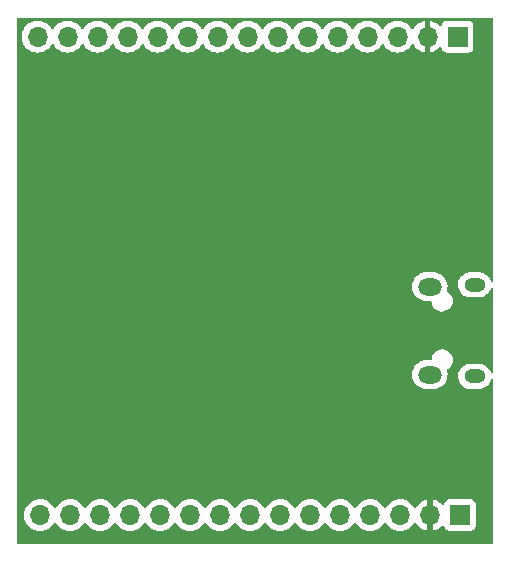
<source format=gbr>
%TF.GenerationSoftware,KiCad,Pcbnew,(6.0.9)*%
%TF.CreationDate,2023-03-20T19:11:49+01:00*%
%TF.ProjectId,STM32F103_prjct2,53544d33-3246-4313-9033-5f70726a6374,rev?*%
%TF.SameCoordinates,Original*%
%TF.FileFunction,Copper,L2,Bot*%
%TF.FilePolarity,Positive*%
%FSLAX46Y46*%
G04 Gerber Fmt 4.6, Leading zero omitted, Abs format (unit mm)*
G04 Created by KiCad (PCBNEW (6.0.9)) date 2023-03-20 19:11:49*
%MOMM*%
%LPD*%
G01*
G04 APERTURE LIST*
%TA.AperFunction,ComponentPad*%
%ADD10R,1.700000X1.700000*%
%TD*%
%TA.AperFunction,ComponentPad*%
%ADD11O,1.700000X1.700000*%
%TD*%
%TA.AperFunction,ComponentPad*%
%ADD12O,1.800000X1.150000*%
%TD*%
%TA.AperFunction,ComponentPad*%
%ADD13O,2.000000X1.450000*%
%TD*%
%TA.AperFunction,ViaPad*%
%ADD14C,0.800000*%
%TD*%
G04 APERTURE END LIST*
D10*
%TO.P,J3,1,Pin_1*%
%TO.N,+3.3V*%
X182525000Y-99314000D03*
D11*
%TO.P,J3,2,Pin_2*%
%TO.N,GND*%
X179985000Y-99314000D03*
%TO.P,J3,3,Pin_3*%
%TO.N,PA10*%
X177445000Y-99314000D03*
%TO.P,J3,4,Pin_4*%
%TO.N,PA9*%
X174905000Y-99314000D03*
%TO.P,J3,5,Pin_5*%
%TO.N,PA8*%
X172365000Y-99314000D03*
%TO.P,J3,6,Pin_6*%
%TO.N,PB11*%
X169825000Y-99314000D03*
%TO.P,J3,7,Pin_7*%
%TO.N,PB10*%
X167285000Y-99314000D03*
%TO.P,J3,8,Pin_8*%
%TO.N,PB2*%
X164745000Y-99314000D03*
%TO.P,J3,9,Pin_9*%
%TO.N,PB1*%
X162205000Y-99314000D03*
%TO.P,J3,10,Pin_10*%
%TO.N,PB0*%
X159665000Y-99314000D03*
%TO.P,J3,11,Pin_11*%
%TO.N,PA7*%
X157125000Y-99314000D03*
%TO.P,J3,12,Pin_12*%
%TO.N,PA6*%
X154585000Y-99314000D03*
%TO.P,J3,13,Pin_13*%
%TO.N,PA5*%
X152045000Y-99314000D03*
%TO.P,J3,14,Pin_14*%
%TO.N,PA4*%
X149505000Y-99314000D03*
%TO.P,J3,15,Pin_15*%
%TO.N,PA3*%
X146965000Y-99314000D03*
%TD*%
D10*
%TO.P,J2,1,Pin_1*%
%TO.N,+3.3V*%
X182310000Y-58800000D03*
D11*
%TO.P,J2,2,Pin_2*%
%TO.N,GND*%
X179770000Y-58800000D03*
%TO.P,J2,3,Pin_3*%
%TO.N,SWDIO*%
X177230000Y-58800000D03*
%TO.P,J2,4,Pin_4*%
%TO.N,SWCLK*%
X174690000Y-58800000D03*
%TO.P,J2,5,Pin_5*%
%TO.N,PA15*%
X172150000Y-58800000D03*
%TO.P,J2,6,Pin_6*%
%TO.N,SW0*%
X169610000Y-58800000D03*
%TO.P,J2,7,Pin_7*%
%TO.N,PB4*%
X167070000Y-58800000D03*
%TO.P,J2,8,Pin_8*%
%TO.N,PB5*%
X164530000Y-58800000D03*
%TO.P,J2,9,Pin_9*%
%TO.N,PB6*%
X161990000Y-58800000D03*
%TO.P,J2,10,Pin_10*%
%TO.N,PB7*%
X159450000Y-58800000D03*
%TO.P,J2,11,Pin_11*%
%TO.N,PB8*%
X156910000Y-58800000D03*
%TO.P,J2,12,Pin_12*%
%TO.N,PB9*%
X154370000Y-58800000D03*
%TO.P,J2,13,Pin_13*%
%TO.N,PC13*%
X151830000Y-58800000D03*
%TO.P,J2,14,Pin_14*%
%TO.N,PC14*%
X149290000Y-58800000D03*
%TO.P,J2,15,Pin_15*%
%TO.N,PC15*%
X146750000Y-58800000D03*
%TD*%
D12*
%TO.P,J1,6,Shield*%
%TO.N,N/C*%
X183756000Y-79811000D03*
X183756000Y-87561000D03*
D13*
X179956000Y-79961000D03*
X179956000Y-87411000D03*
%TD*%
D14*
%TO.N,GND*%
X151075000Y-84300000D03*
X148700000Y-81675000D03*
X179650000Y-61750000D03*
X178925000Y-97075000D03*
X152150000Y-79875500D03*
X149125000Y-75875000D03*
X159850000Y-79500000D03*
X170000000Y-76900500D03*
X174000000Y-92100000D03*
X176500000Y-91000000D03*
X174600000Y-94100000D03*
X181100000Y-94300000D03*
X155000000Y-73100000D03*
X151200000Y-75600000D03*
X178600000Y-82400000D03*
X181300000Y-82400000D03*
X164200000Y-81300000D03*
X160500000Y-76100000D03*
X162630500Y-68900000D03*
%TD*%
%TA.AperFunction,Conductor*%
%TO.N,GND*%
G36*
X146752285Y-57216719D02*
G01*
X146778518Y-57202931D01*
X146802950Y-57200500D01*
X149237050Y-57200500D01*
X149292285Y-57216719D01*
X149318518Y-57202931D01*
X149342950Y-57200500D01*
X151777050Y-57200500D01*
X151832285Y-57216719D01*
X151858518Y-57202931D01*
X151882950Y-57200500D01*
X154317050Y-57200500D01*
X154372285Y-57216719D01*
X154398518Y-57202931D01*
X154422950Y-57200500D01*
X156857050Y-57200500D01*
X156912285Y-57216719D01*
X156938518Y-57202931D01*
X156962950Y-57200500D01*
X159397050Y-57200500D01*
X159452285Y-57216719D01*
X159478518Y-57202931D01*
X159502950Y-57200500D01*
X161937050Y-57200500D01*
X161992285Y-57216719D01*
X162018518Y-57202931D01*
X162042950Y-57200500D01*
X164477050Y-57200500D01*
X164532285Y-57216719D01*
X164558518Y-57202931D01*
X164582950Y-57200500D01*
X167017050Y-57200500D01*
X167072285Y-57216719D01*
X167098518Y-57202931D01*
X167122950Y-57200500D01*
X169557050Y-57200500D01*
X169612285Y-57216719D01*
X169638518Y-57202931D01*
X169662950Y-57200500D01*
X172097050Y-57200500D01*
X172152285Y-57216719D01*
X172178518Y-57202931D01*
X172202950Y-57200500D01*
X174637050Y-57200500D01*
X174692285Y-57216719D01*
X174718518Y-57202931D01*
X174742950Y-57200500D01*
X177177050Y-57200500D01*
X177232285Y-57216719D01*
X177258518Y-57202931D01*
X177282950Y-57200500D01*
X185225500Y-57200500D01*
X185292539Y-57220185D01*
X185338294Y-57272989D01*
X185349500Y-57324500D01*
X185349500Y-79440247D01*
X185329815Y-79507286D01*
X185277011Y-79553041D01*
X185207853Y-79562985D01*
X185144297Y-79533960D01*
X185104952Y-79469301D01*
X185103917Y-79465005D01*
X185103913Y-79464993D01*
X185102531Y-79459259D01*
X185017588Y-79272438D01*
X184951421Y-79179160D01*
X184902269Y-79109868D01*
X184902267Y-79109866D01*
X184898851Y-79105050D01*
X184750604Y-78963134D01*
X184745644Y-78959931D01*
X184745641Y-78959929D01*
X184583161Y-78855017D01*
X184578196Y-78851811D01*
X184387848Y-78775099D01*
X184382061Y-78773969D01*
X184382058Y-78773968D01*
X184190806Y-78736619D01*
X184186428Y-78735764D01*
X184181030Y-78735500D01*
X183379727Y-78735500D01*
X183226703Y-78750100D01*
X183221043Y-78751760D01*
X183221040Y-78751761D01*
X183114341Y-78783063D01*
X183029777Y-78807871D01*
X182847329Y-78901838D01*
X182685941Y-79028611D01*
X182551436Y-79183613D01*
X182548483Y-79188718D01*
X182548482Y-79188719D01*
X182500050Y-79272438D01*
X182448669Y-79361254D01*
X182381346Y-79555122D01*
X182351898Y-79758223D01*
X182361386Y-79963229D01*
X182371485Y-80005133D01*
X182405463Y-80146117D01*
X182409469Y-80162741D01*
X182494412Y-80349562D01*
X182613149Y-80516950D01*
X182761396Y-80658866D01*
X182766356Y-80662069D01*
X182766359Y-80662071D01*
X182891511Y-80742880D01*
X182933804Y-80770189D01*
X183124152Y-80846901D01*
X183129939Y-80848031D01*
X183129942Y-80848032D01*
X183255035Y-80872461D01*
X183325572Y-80886236D01*
X183330970Y-80886500D01*
X184132273Y-80886500D01*
X184285297Y-80871900D01*
X184290957Y-80870240D01*
X184290960Y-80870239D01*
X184418212Y-80832908D01*
X184482223Y-80814129D01*
X184664671Y-80720162D01*
X184826059Y-80593389D01*
X184892390Y-80516950D01*
X184956700Y-80442840D01*
X184956701Y-80442839D01*
X184960564Y-80438387D01*
X185009164Y-80354379D01*
X185060376Y-80265854D01*
X185063331Y-80260746D01*
X185108362Y-80131072D01*
X185148949Y-80074200D01*
X185213841Y-80048299D01*
X185282434Y-80061593D01*
X185332951Y-80109861D01*
X185349500Y-80171750D01*
X185349500Y-87190247D01*
X185329815Y-87257286D01*
X185277011Y-87303041D01*
X185207853Y-87312985D01*
X185144297Y-87283960D01*
X185104952Y-87219301D01*
X185103917Y-87215005D01*
X185103913Y-87214993D01*
X185102531Y-87209259D01*
X185017588Y-87022438D01*
X184898851Y-86855050D01*
X184750604Y-86713134D01*
X184745644Y-86709931D01*
X184745641Y-86709929D01*
X184583161Y-86605017D01*
X184578196Y-86601811D01*
X184387848Y-86525099D01*
X184382061Y-86523969D01*
X184382058Y-86523968D01*
X184190806Y-86486619D01*
X184186428Y-86485764D01*
X184181030Y-86485500D01*
X183379727Y-86485500D01*
X183226703Y-86500100D01*
X183221043Y-86501760D01*
X183221040Y-86501761D01*
X183145343Y-86523968D01*
X183029777Y-86557871D01*
X182847329Y-86651838D01*
X182685941Y-86778611D01*
X182682076Y-86783065D01*
X182682075Y-86783066D01*
X182616280Y-86858888D01*
X182551436Y-86933613D01*
X182548483Y-86938718D01*
X182548482Y-86938719D01*
X182502307Y-87018536D01*
X182448669Y-87111254D01*
X182381346Y-87305122D01*
X182351898Y-87508223D01*
X182361386Y-87713229D01*
X182409469Y-87912741D01*
X182494412Y-88099562D01*
X182497829Y-88104379D01*
X182593667Y-88239485D01*
X182613149Y-88266950D01*
X182761396Y-88408866D01*
X182766356Y-88412069D01*
X182766359Y-88412071D01*
X182891511Y-88492880D01*
X182933804Y-88520189D01*
X183124152Y-88596901D01*
X183129939Y-88598031D01*
X183129942Y-88598032D01*
X183304277Y-88632077D01*
X183325572Y-88636236D01*
X183330970Y-88636500D01*
X184132273Y-88636500D01*
X184285297Y-88621900D01*
X184290957Y-88620240D01*
X184290960Y-88620239D01*
X184418212Y-88582908D01*
X184482223Y-88564129D01*
X184664671Y-88470162D01*
X184826059Y-88343389D01*
X184960564Y-88188387D01*
X185009164Y-88104379D01*
X185060376Y-88015854D01*
X185063331Y-88010746D01*
X185108362Y-87881072D01*
X185148949Y-87824200D01*
X185213841Y-87798299D01*
X185282434Y-87811593D01*
X185332951Y-87859861D01*
X185349500Y-87921750D01*
X185349500Y-101625500D01*
X185329815Y-101692539D01*
X185277011Y-101738294D01*
X185225500Y-101749500D01*
X145124500Y-101749500D01*
X145057461Y-101729815D01*
X145011706Y-101677011D01*
X145000500Y-101625500D01*
X145000500Y-99314000D01*
X145609341Y-99314000D01*
X145629937Y-99549408D01*
X145691097Y-99777663D01*
X145693384Y-99782567D01*
X145693386Y-99782573D01*
X145770800Y-99948586D01*
X145790965Y-99991829D01*
X145794072Y-99996266D01*
X145794073Y-99996268D01*
X145923399Y-100180966D01*
X145923403Y-100180970D01*
X145926505Y-100185401D01*
X146093599Y-100352495D01*
X146287170Y-100488035D01*
X146501337Y-100587903D01*
X146554807Y-100602230D01*
X146724366Y-100647663D01*
X146724369Y-100647664D01*
X146729592Y-100649063D01*
X146734979Y-100649534D01*
X146734983Y-100649535D01*
X146959605Y-100669187D01*
X146965000Y-100669659D01*
X146970395Y-100669187D01*
X147195017Y-100649535D01*
X147195021Y-100649534D01*
X147200408Y-100649063D01*
X147205631Y-100647664D01*
X147205634Y-100647663D01*
X147375193Y-100602230D01*
X147428663Y-100587903D01*
X147642830Y-100488035D01*
X147836401Y-100352495D01*
X148003495Y-100185401D01*
X148006597Y-100180970D01*
X148006601Y-100180966D01*
X148133425Y-99999841D01*
X148188002Y-99956216D01*
X148257500Y-99949022D01*
X148319855Y-99980545D01*
X148336575Y-99999841D01*
X148463399Y-100180966D01*
X148463403Y-100180970D01*
X148466505Y-100185401D01*
X148633599Y-100352495D01*
X148827170Y-100488035D01*
X149041337Y-100587903D01*
X149094807Y-100602230D01*
X149264366Y-100647663D01*
X149264369Y-100647664D01*
X149269592Y-100649063D01*
X149274979Y-100649534D01*
X149274983Y-100649535D01*
X149499605Y-100669187D01*
X149505000Y-100669659D01*
X149510395Y-100669187D01*
X149735017Y-100649535D01*
X149735021Y-100649534D01*
X149740408Y-100649063D01*
X149745631Y-100647664D01*
X149745634Y-100647663D01*
X149915193Y-100602230D01*
X149968663Y-100587903D01*
X150182830Y-100488035D01*
X150376401Y-100352495D01*
X150543495Y-100185401D01*
X150546597Y-100180970D01*
X150546601Y-100180966D01*
X150673425Y-99999841D01*
X150728002Y-99956216D01*
X150797500Y-99949022D01*
X150859855Y-99980545D01*
X150876575Y-99999841D01*
X151003399Y-100180966D01*
X151003403Y-100180970D01*
X151006505Y-100185401D01*
X151173599Y-100352495D01*
X151367170Y-100488035D01*
X151581337Y-100587903D01*
X151634807Y-100602230D01*
X151804366Y-100647663D01*
X151804369Y-100647664D01*
X151809592Y-100649063D01*
X151814979Y-100649534D01*
X151814983Y-100649535D01*
X152039605Y-100669187D01*
X152045000Y-100669659D01*
X152050395Y-100669187D01*
X152275017Y-100649535D01*
X152275021Y-100649534D01*
X152280408Y-100649063D01*
X152285631Y-100647664D01*
X152285634Y-100647663D01*
X152455193Y-100602230D01*
X152508663Y-100587903D01*
X152722830Y-100488035D01*
X152916401Y-100352495D01*
X153083495Y-100185401D01*
X153086597Y-100180970D01*
X153086601Y-100180966D01*
X153213425Y-99999841D01*
X153268002Y-99956216D01*
X153337500Y-99949022D01*
X153399855Y-99980545D01*
X153416575Y-99999841D01*
X153543399Y-100180966D01*
X153543403Y-100180970D01*
X153546505Y-100185401D01*
X153713599Y-100352495D01*
X153907170Y-100488035D01*
X154121337Y-100587903D01*
X154174807Y-100602230D01*
X154344366Y-100647663D01*
X154344369Y-100647664D01*
X154349592Y-100649063D01*
X154354979Y-100649534D01*
X154354983Y-100649535D01*
X154579605Y-100669187D01*
X154585000Y-100669659D01*
X154590395Y-100669187D01*
X154815017Y-100649535D01*
X154815021Y-100649534D01*
X154820408Y-100649063D01*
X154825631Y-100647664D01*
X154825634Y-100647663D01*
X154995193Y-100602230D01*
X155048663Y-100587903D01*
X155262830Y-100488035D01*
X155456401Y-100352495D01*
X155623495Y-100185401D01*
X155626597Y-100180970D01*
X155626601Y-100180966D01*
X155753425Y-99999841D01*
X155808002Y-99956216D01*
X155877500Y-99949022D01*
X155939855Y-99980545D01*
X155956575Y-99999841D01*
X156083399Y-100180966D01*
X156083403Y-100180970D01*
X156086505Y-100185401D01*
X156253599Y-100352495D01*
X156447170Y-100488035D01*
X156661337Y-100587903D01*
X156714807Y-100602230D01*
X156884366Y-100647663D01*
X156884369Y-100647664D01*
X156889592Y-100649063D01*
X156894979Y-100649534D01*
X156894983Y-100649535D01*
X157119605Y-100669187D01*
X157125000Y-100669659D01*
X157130395Y-100669187D01*
X157355017Y-100649535D01*
X157355021Y-100649534D01*
X157360408Y-100649063D01*
X157365631Y-100647664D01*
X157365634Y-100647663D01*
X157535193Y-100602230D01*
X157588663Y-100587903D01*
X157802830Y-100488035D01*
X157996401Y-100352495D01*
X158163495Y-100185401D01*
X158166597Y-100180970D01*
X158166601Y-100180966D01*
X158293425Y-99999841D01*
X158348002Y-99956216D01*
X158417500Y-99949022D01*
X158479855Y-99980545D01*
X158496575Y-99999841D01*
X158623399Y-100180966D01*
X158623403Y-100180970D01*
X158626505Y-100185401D01*
X158793599Y-100352495D01*
X158987170Y-100488035D01*
X159201337Y-100587903D01*
X159254807Y-100602230D01*
X159424366Y-100647663D01*
X159424369Y-100647664D01*
X159429592Y-100649063D01*
X159434979Y-100649534D01*
X159434983Y-100649535D01*
X159659605Y-100669187D01*
X159665000Y-100669659D01*
X159670395Y-100669187D01*
X159895017Y-100649535D01*
X159895021Y-100649534D01*
X159900408Y-100649063D01*
X159905631Y-100647664D01*
X159905634Y-100647663D01*
X160075193Y-100602230D01*
X160128663Y-100587903D01*
X160342830Y-100488035D01*
X160536401Y-100352495D01*
X160703495Y-100185401D01*
X160706597Y-100180970D01*
X160706601Y-100180966D01*
X160833425Y-99999841D01*
X160888002Y-99956216D01*
X160957500Y-99949022D01*
X161019855Y-99980545D01*
X161036575Y-99999841D01*
X161163399Y-100180966D01*
X161163403Y-100180970D01*
X161166505Y-100185401D01*
X161333599Y-100352495D01*
X161527170Y-100488035D01*
X161741337Y-100587903D01*
X161794807Y-100602230D01*
X161964366Y-100647663D01*
X161964369Y-100647664D01*
X161969592Y-100649063D01*
X161974979Y-100649534D01*
X161974983Y-100649535D01*
X162199605Y-100669187D01*
X162205000Y-100669659D01*
X162210395Y-100669187D01*
X162435017Y-100649535D01*
X162435021Y-100649534D01*
X162440408Y-100649063D01*
X162445631Y-100647664D01*
X162445634Y-100647663D01*
X162615193Y-100602230D01*
X162668663Y-100587903D01*
X162882830Y-100488035D01*
X163076401Y-100352495D01*
X163243495Y-100185401D01*
X163246597Y-100180970D01*
X163246601Y-100180966D01*
X163373425Y-99999841D01*
X163428002Y-99956216D01*
X163497500Y-99949022D01*
X163559855Y-99980545D01*
X163576575Y-99999841D01*
X163703399Y-100180966D01*
X163703403Y-100180970D01*
X163706505Y-100185401D01*
X163873599Y-100352495D01*
X164067170Y-100488035D01*
X164281337Y-100587903D01*
X164334807Y-100602230D01*
X164504366Y-100647663D01*
X164504369Y-100647664D01*
X164509592Y-100649063D01*
X164514979Y-100649534D01*
X164514983Y-100649535D01*
X164739605Y-100669187D01*
X164745000Y-100669659D01*
X164750395Y-100669187D01*
X164975017Y-100649535D01*
X164975021Y-100649534D01*
X164980408Y-100649063D01*
X164985631Y-100647664D01*
X164985634Y-100647663D01*
X165155193Y-100602230D01*
X165208663Y-100587903D01*
X165422830Y-100488035D01*
X165616401Y-100352495D01*
X165783495Y-100185401D01*
X165786597Y-100180970D01*
X165786601Y-100180966D01*
X165913425Y-99999841D01*
X165968002Y-99956216D01*
X166037500Y-99949022D01*
X166099855Y-99980545D01*
X166116575Y-99999841D01*
X166243399Y-100180966D01*
X166243403Y-100180970D01*
X166246505Y-100185401D01*
X166413599Y-100352495D01*
X166607170Y-100488035D01*
X166821337Y-100587903D01*
X166874807Y-100602230D01*
X167044366Y-100647663D01*
X167044369Y-100647664D01*
X167049592Y-100649063D01*
X167054979Y-100649534D01*
X167054983Y-100649535D01*
X167279605Y-100669187D01*
X167285000Y-100669659D01*
X167290395Y-100669187D01*
X167515017Y-100649535D01*
X167515021Y-100649534D01*
X167520408Y-100649063D01*
X167525631Y-100647664D01*
X167525634Y-100647663D01*
X167695193Y-100602230D01*
X167748663Y-100587903D01*
X167962830Y-100488035D01*
X168156401Y-100352495D01*
X168323495Y-100185401D01*
X168326597Y-100180970D01*
X168326601Y-100180966D01*
X168453425Y-99999841D01*
X168508002Y-99956216D01*
X168577500Y-99949022D01*
X168639855Y-99980545D01*
X168656575Y-99999841D01*
X168783399Y-100180966D01*
X168783403Y-100180970D01*
X168786505Y-100185401D01*
X168953599Y-100352495D01*
X169147170Y-100488035D01*
X169361337Y-100587903D01*
X169414807Y-100602230D01*
X169584366Y-100647663D01*
X169584369Y-100647664D01*
X169589592Y-100649063D01*
X169594979Y-100649534D01*
X169594983Y-100649535D01*
X169819605Y-100669187D01*
X169825000Y-100669659D01*
X169830395Y-100669187D01*
X170055017Y-100649535D01*
X170055021Y-100649534D01*
X170060408Y-100649063D01*
X170065631Y-100647664D01*
X170065634Y-100647663D01*
X170235193Y-100602230D01*
X170288663Y-100587903D01*
X170502830Y-100488035D01*
X170696401Y-100352495D01*
X170863495Y-100185401D01*
X170866597Y-100180970D01*
X170866601Y-100180966D01*
X170993425Y-99999841D01*
X171048002Y-99956216D01*
X171117500Y-99949022D01*
X171179855Y-99980545D01*
X171196575Y-99999841D01*
X171323399Y-100180966D01*
X171323403Y-100180970D01*
X171326505Y-100185401D01*
X171493599Y-100352495D01*
X171687170Y-100488035D01*
X171901337Y-100587903D01*
X171954807Y-100602230D01*
X172124366Y-100647663D01*
X172124369Y-100647664D01*
X172129592Y-100649063D01*
X172134979Y-100649534D01*
X172134983Y-100649535D01*
X172359605Y-100669187D01*
X172365000Y-100669659D01*
X172370395Y-100669187D01*
X172595017Y-100649535D01*
X172595021Y-100649534D01*
X172600408Y-100649063D01*
X172605631Y-100647664D01*
X172605634Y-100647663D01*
X172775193Y-100602230D01*
X172828663Y-100587903D01*
X173042830Y-100488035D01*
X173236401Y-100352495D01*
X173403495Y-100185401D01*
X173406597Y-100180970D01*
X173406601Y-100180966D01*
X173533425Y-99999841D01*
X173588002Y-99956216D01*
X173657500Y-99949022D01*
X173719855Y-99980545D01*
X173736575Y-99999841D01*
X173863399Y-100180966D01*
X173863403Y-100180970D01*
X173866505Y-100185401D01*
X174033599Y-100352495D01*
X174227170Y-100488035D01*
X174441337Y-100587903D01*
X174494807Y-100602230D01*
X174664366Y-100647663D01*
X174664369Y-100647664D01*
X174669592Y-100649063D01*
X174674979Y-100649534D01*
X174674983Y-100649535D01*
X174899605Y-100669187D01*
X174905000Y-100669659D01*
X174910395Y-100669187D01*
X175135017Y-100649535D01*
X175135021Y-100649534D01*
X175140408Y-100649063D01*
X175145631Y-100647664D01*
X175145634Y-100647663D01*
X175315193Y-100602230D01*
X175368663Y-100587903D01*
X175582830Y-100488035D01*
X175776401Y-100352495D01*
X175943495Y-100185401D01*
X175946597Y-100180970D01*
X175946601Y-100180966D01*
X176073425Y-99999841D01*
X176128002Y-99956216D01*
X176197500Y-99949022D01*
X176259855Y-99980545D01*
X176276575Y-99999841D01*
X176403399Y-100180966D01*
X176403403Y-100180970D01*
X176406505Y-100185401D01*
X176573599Y-100352495D01*
X176767170Y-100488035D01*
X176981337Y-100587903D01*
X177034807Y-100602230D01*
X177204366Y-100647663D01*
X177204369Y-100647664D01*
X177209592Y-100649063D01*
X177214979Y-100649534D01*
X177214983Y-100649535D01*
X177439605Y-100669187D01*
X177445000Y-100669659D01*
X177450395Y-100669187D01*
X177675017Y-100649535D01*
X177675021Y-100649534D01*
X177680408Y-100649063D01*
X177685631Y-100647664D01*
X177685634Y-100647663D01*
X177855193Y-100602230D01*
X177908663Y-100587903D01*
X178122830Y-100488035D01*
X178316401Y-100352495D01*
X178483495Y-100185401D01*
X178486597Y-100180970D01*
X178486601Y-100180966D01*
X178613730Y-99999405D01*
X178668307Y-99955780D01*
X178737805Y-99948586D01*
X178800160Y-99980109D01*
X178816880Y-99999404D01*
X178943788Y-100180648D01*
X178950719Y-100188907D01*
X179110091Y-100348279D01*
X179118357Y-100355215D01*
X179302992Y-100484498D01*
X179312324Y-100489886D01*
X179516603Y-100585143D01*
X179526736Y-100588832D01*
X179717779Y-100640022D01*
X179731653Y-100639691D01*
X179735000Y-100631875D01*
X179735000Y-100626806D01*
X180235000Y-100626806D01*
X180238910Y-100640123D01*
X180247326Y-100641333D01*
X180443264Y-100588832D01*
X180453397Y-100585143D01*
X180657676Y-100489886D01*
X180667008Y-100484498D01*
X180851643Y-100355215D01*
X180859909Y-100348279D01*
X180978013Y-100230175D01*
X181039336Y-100196690D01*
X181109028Y-100201674D01*
X181164961Y-100243546D01*
X181181803Y-100274329D01*
X181228371Y-100398549D01*
X181228374Y-100398554D01*
X181231474Y-100406824D01*
X181317454Y-100521546D01*
X181324519Y-100526841D01*
X181425109Y-100602230D01*
X181425111Y-100602231D01*
X181432176Y-100607526D01*
X181566420Y-100657851D01*
X181627623Y-100664500D01*
X182524866Y-100664500D01*
X183422376Y-100664499D01*
X183483580Y-100657851D01*
X183617824Y-100607526D01*
X183624889Y-100602231D01*
X183624891Y-100602230D01*
X183725481Y-100526841D01*
X183732546Y-100521546D01*
X183818526Y-100406824D01*
X183868851Y-100272580D01*
X183875500Y-100211377D01*
X183875499Y-98416624D01*
X183868851Y-98355420D01*
X183818526Y-98221176D01*
X183732546Y-98106454D01*
X183725481Y-98101159D01*
X183624891Y-98025770D01*
X183624889Y-98025769D01*
X183617824Y-98020474D01*
X183483580Y-97970149D01*
X183422377Y-97963500D01*
X182525134Y-97963500D01*
X181627624Y-97963501D01*
X181566420Y-97970149D01*
X181432176Y-98020474D01*
X181425111Y-98025769D01*
X181425109Y-98025770D01*
X181324519Y-98101159D01*
X181317454Y-98106454D01*
X181231474Y-98221176D01*
X181228374Y-98229445D01*
X181228371Y-98229451D01*
X181181803Y-98353671D01*
X181139839Y-98409535D01*
X181074334Y-98433843D01*
X181006086Y-98418877D01*
X180978013Y-98397825D01*
X180859909Y-98279721D01*
X180851643Y-98272785D01*
X180667008Y-98143502D01*
X180657676Y-98138114D01*
X180453397Y-98042857D01*
X180443264Y-98039168D01*
X180252221Y-97987978D01*
X180238347Y-97988309D01*
X180235000Y-97996125D01*
X180235000Y-100626806D01*
X179735000Y-100626806D01*
X179735000Y-98001194D01*
X179731090Y-97987877D01*
X179722674Y-97986667D01*
X179526736Y-98039168D01*
X179516603Y-98042857D01*
X179312333Y-98138110D01*
X179302983Y-98143508D01*
X179118357Y-98272784D01*
X179110093Y-98279719D01*
X178950719Y-98439093D01*
X178943788Y-98447352D01*
X178816880Y-98628596D01*
X178762303Y-98672220D01*
X178692804Y-98679413D01*
X178630450Y-98647891D01*
X178613730Y-98628595D01*
X178486601Y-98447034D01*
X178486597Y-98447030D01*
X178483495Y-98442599D01*
X178316401Y-98275505D01*
X178122830Y-98139965D01*
X177908663Y-98040097D01*
X177823859Y-98017374D01*
X177685634Y-97980337D01*
X177685631Y-97980336D01*
X177680408Y-97978937D01*
X177675021Y-97978466D01*
X177675017Y-97978465D01*
X177450395Y-97958813D01*
X177445000Y-97958341D01*
X177439605Y-97958813D01*
X177214983Y-97978465D01*
X177214979Y-97978466D01*
X177209592Y-97978937D01*
X177204369Y-97980336D01*
X177204366Y-97980337D01*
X177066141Y-98017374D01*
X176981337Y-98040097D01*
X176976433Y-98042384D01*
X176976427Y-98042386D01*
X176850390Y-98101159D01*
X176767171Y-98139965D01*
X176762734Y-98143072D01*
X176762732Y-98143073D01*
X176578034Y-98272399D01*
X176578033Y-98272400D01*
X176573599Y-98275505D01*
X176406505Y-98442599D01*
X176403403Y-98447030D01*
X176403399Y-98447034D01*
X176276575Y-98628159D01*
X176221998Y-98671784D01*
X176152500Y-98678978D01*
X176090145Y-98647455D01*
X176073425Y-98628159D01*
X175946601Y-98447034D01*
X175946597Y-98447030D01*
X175943495Y-98442599D01*
X175776401Y-98275505D01*
X175582830Y-98139965D01*
X175368663Y-98040097D01*
X175283859Y-98017374D01*
X175145634Y-97980337D01*
X175145631Y-97980336D01*
X175140408Y-97978937D01*
X175135021Y-97978466D01*
X175135017Y-97978465D01*
X174910395Y-97958813D01*
X174905000Y-97958341D01*
X174899605Y-97958813D01*
X174674983Y-97978465D01*
X174674979Y-97978466D01*
X174669592Y-97978937D01*
X174664369Y-97980336D01*
X174664366Y-97980337D01*
X174526141Y-98017374D01*
X174441337Y-98040097D01*
X174436433Y-98042384D01*
X174436427Y-98042386D01*
X174310390Y-98101159D01*
X174227171Y-98139965D01*
X174222734Y-98143072D01*
X174222732Y-98143073D01*
X174038034Y-98272399D01*
X174038033Y-98272400D01*
X174033599Y-98275505D01*
X173866505Y-98442599D01*
X173863403Y-98447030D01*
X173863399Y-98447034D01*
X173736575Y-98628159D01*
X173681998Y-98671784D01*
X173612500Y-98678978D01*
X173550145Y-98647455D01*
X173533425Y-98628159D01*
X173406601Y-98447034D01*
X173406597Y-98447030D01*
X173403495Y-98442599D01*
X173236401Y-98275505D01*
X173042830Y-98139965D01*
X172828663Y-98040097D01*
X172743859Y-98017374D01*
X172605634Y-97980337D01*
X172605631Y-97980336D01*
X172600408Y-97978937D01*
X172595021Y-97978466D01*
X172595017Y-97978465D01*
X172370395Y-97958813D01*
X172365000Y-97958341D01*
X172359605Y-97958813D01*
X172134983Y-97978465D01*
X172134979Y-97978466D01*
X172129592Y-97978937D01*
X172124369Y-97980336D01*
X172124366Y-97980337D01*
X171986141Y-98017374D01*
X171901337Y-98040097D01*
X171896433Y-98042384D01*
X171896427Y-98042386D01*
X171770390Y-98101159D01*
X171687171Y-98139965D01*
X171682734Y-98143072D01*
X171682732Y-98143073D01*
X171498034Y-98272399D01*
X171498033Y-98272400D01*
X171493599Y-98275505D01*
X171326505Y-98442599D01*
X171323403Y-98447030D01*
X171323399Y-98447034D01*
X171196575Y-98628159D01*
X171141998Y-98671784D01*
X171072500Y-98678978D01*
X171010145Y-98647455D01*
X170993425Y-98628159D01*
X170866601Y-98447034D01*
X170866597Y-98447030D01*
X170863495Y-98442599D01*
X170696401Y-98275505D01*
X170502830Y-98139965D01*
X170288663Y-98040097D01*
X170203859Y-98017374D01*
X170065634Y-97980337D01*
X170065631Y-97980336D01*
X170060408Y-97978937D01*
X170055021Y-97978466D01*
X170055017Y-97978465D01*
X169830395Y-97958813D01*
X169825000Y-97958341D01*
X169819605Y-97958813D01*
X169594983Y-97978465D01*
X169594979Y-97978466D01*
X169589592Y-97978937D01*
X169584369Y-97980336D01*
X169584366Y-97980337D01*
X169446141Y-98017374D01*
X169361337Y-98040097D01*
X169356433Y-98042384D01*
X169356427Y-98042386D01*
X169230390Y-98101159D01*
X169147171Y-98139965D01*
X169142734Y-98143072D01*
X169142732Y-98143073D01*
X168958034Y-98272399D01*
X168958033Y-98272400D01*
X168953599Y-98275505D01*
X168786505Y-98442599D01*
X168783403Y-98447030D01*
X168783399Y-98447034D01*
X168656575Y-98628159D01*
X168601998Y-98671784D01*
X168532500Y-98678978D01*
X168470145Y-98647455D01*
X168453425Y-98628159D01*
X168326601Y-98447034D01*
X168326597Y-98447030D01*
X168323495Y-98442599D01*
X168156401Y-98275505D01*
X167962830Y-98139965D01*
X167748663Y-98040097D01*
X167663859Y-98017374D01*
X167525634Y-97980337D01*
X167525631Y-97980336D01*
X167520408Y-97978937D01*
X167515021Y-97978466D01*
X167515017Y-97978465D01*
X167290395Y-97958813D01*
X167285000Y-97958341D01*
X167279605Y-97958813D01*
X167054983Y-97978465D01*
X167054979Y-97978466D01*
X167049592Y-97978937D01*
X167044369Y-97980336D01*
X167044366Y-97980337D01*
X166906141Y-98017374D01*
X166821337Y-98040097D01*
X166816433Y-98042384D01*
X166816427Y-98042386D01*
X166690390Y-98101159D01*
X166607171Y-98139965D01*
X166602734Y-98143072D01*
X166602732Y-98143073D01*
X166418034Y-98272399D01*
X166418033Y-98272400D01*
X166413599Y-98275505D01*
X166246505Y-98442599D01*
X166243403Y-98447030D01*
X166243399Y-98447034D01*
X166116575Y-98628159D01*
X166061998Y-98671784D01*
X165992500Y-98678978D01*
X165930145Y-98647455D01*
X165913425Y-98628159D01*
X165786601Y-98447034D01*
X165786597Y-98447030D01*
X165783495Y-98442599D01*
X165616401Y-98275505D01*
X165422830Y-98139965D01*
X165208663Y-98040097D01*
X165123859Y-98017374D01*
X164985634Y-97980337D01*
X164985631Y-97980336D01*
X164980408Y-97978937D01*
X164975021Y-97978466D01*
X164975017Y-97978465D01*
X164750395Y-97958813D01*
X164745000Y-97958341D01*
X164739605Y-97958813D01*
X164514983Y-97978465D01*
X164514979Y-97978466D01*
X164509592Y-97978937D01*
X164504369Y-97980336D01*
X164504366Y-97980337D01*
X164366141Y-98017374D01*
X164281337Y-98040097D01*
X164276433Y-98042384D01*
X164276427Y-98042386D01*
X164150390Y-98101159D01*
X164067171Y-98139965D01*
X164062734Y-98143072D01*
X164062732Y-98143073D01*
X163878034Y-98272399D01*
X163878033Y-98272400D01*
X163873599Y-98275505D01*
X163706505Y-98442599D01*
X163703403Y-98447030D01*
X163703399Y-98447034D01*
X163576575Y-98628159D01*
X163521998Y-98671784D01*
X163452500Y-98678978D01*
X163390145Y-98647455D01*
X163373425Y-98628159D01*
X163246601Y-98447034D01*
X163246597Y-98447030D01*
X163243495Y-98442599D01*
X163076401Y-98275505D01*
X162882830Y-98139965D01*
X162668663Y-98040097D01*
X162583859Y-98017374D01*
X162445634Y-97980337D01*
X162445631Y-97980336D01*
X162440408Y-97978937D01*
X162435021Y-97978466D01*
X162435017Y-97978465D01*
X162210395Y-97958813D01*
X162205000Y-97958341D01*
X162199605Y-97958813D01*
X161974983Y-97978465D01*
X161974979Y-97978466D01*
X161969592Y-97978937D01*
X161964369Y-97980336D01*
X161964366Y-97980337D01*
X161826141Y-98017374D01*
X161741337Y-98040097D01*
X161736433Y-98042384D01*
X161736427Y-98042386D01*
X161610390Y-98101159D01*
X161527171Y-98139965D01*
X161522734Y-98143072D01*
X161522732Y-98143073D01*
X161338034Y-98272399D01*
X161338033Y-98272400D01*
X161333599Y-98275505D01*
X161166505Y-98442599D01*
X161163403Y-98447030D01*
X161163399Y-98447034D01*
X161036575Y-98628159D01*
X160981998Y-98671784D01*
X160912500Y-98678978D01*
X160850145Y-98647455D01*
X160833425Y-98628159D01*
X160706601Y-98447034D01*
X160706597Y-98447030D01*
X160703495Y-98442599D01*
X160536401Y-98275505D01*
X160342830Y-98139965D01*
X160128663Y-98040097D01*
X160043859Y-98017374D01*
X159905634Y-97980337D01*
X159905631Y-97980336D01*
X159900408Y-97978937D01*
X159895021Y-97978466D01*
X159895017Y-97978465D01*
X159670395Y-97958813D01*
X159665000Y-97958341D01*
X159659605Y-97958813D01*
X159434983Y-97978465D01*
X159434979Y-97978466D01*
X159429592Y-97978937D01*
X159424369Y-97980336D01*
X159424366Y-97980337D01*
X159286141Y-98017374D01*
X159201337Y-98040097D01*
X159196433Y-98042384D01*
X159196427Y-98042386D01*
X159070390Y-98101159D01*
X158987171Y-98139965D01*
X158982734Y-98143072D01*
X158982732Y-98143073D01*
X158798034Y-98272399D01*
X158798033Y-98272400D01*
X158793599Y-98275505D01*
X158626505Y-98442599D01*
X158623403Y-98447030D01*
X158623399Y-98447034D01*
X158496575Y-98628159D01*
X158441998Y-98671784D01*
X158372500Y-98678978D01*
X158310145Y-98647455D01*
X158293425Y-98628159D01*
X158166601Y-98447034D01*
X158166597Y-98447030D01*
X158163495Y-98442599D01*
X157996401Y-98275505D01*
X157802830Y-98139965D01*
X157588663Y-98040097D01*
X157503859Y-98017374D01*
X157365634Y-97980337D01*
X157365631Y-97980336D01*
X157360408Y-97978937D01*
X157355021Y-97978466D01*
X157355017Y-97978465D01*
X157130395Y-97958813D01*
X157125000Y-97958341D01*
X157119605Y-97958813D01*
X156894983Y-97978465D01*
X156894979Y-97978466D01*
X156889592Y-97978937D01*
X156884369Y-97980336D01*
X156884366Y-97980337D01*
X156746141Y-98017374D01*
X156661337Y-98040097D01*
X156656433Y-98042384D01*
X156656427Y-98042386D01*
X156530390Y-98101159D01*
X156447171Y-98139965D01*
X156442734Y-98143072D01*
X156442732Y-98143073D01*
X156258034Y-98272399D01*
X156258033Y-98272400D01*
X156253599Y-98275505D01*
X156086505Y-98442599D01*
X156083403Y-98447030D01*
X156083399Y-98447034D01*
X155956575Y-98628159D01*
X155901998Y-98671784D01*
X155832500Y-98678978D01*
X155770145Y-98647455D01*
X155753425Y-98628159D01*
X155626601Y-98447034D01*
X155626597Y-98447030D01*
X155623495Y-98442599D01*
X155456401Y-98275505D01*
X155262830Y-98139965D01*
X155048663Y-98040097D01*
X154963859Y-98017374D01*
X154825634Y-97980337D01*
X154825631Y-97980336D01*
X154820408Y-97978937D01*
X154815021Y-97978466D01*
X154815017Y-97978465D01*
X154590395Y-97958813D01*
X154585000Y-97958341D01*
X154579605Y-97958813D01*
X154354983Y-97978465D01*
X154354979Y-97978466D01*
X154349592Y-97978937D01*
X154344369Y-97980336D01*
X154344366Y-97980337D01*
X154206141Y-98017374D01*
X154121337Y-98040097D01*
X154116433Y-98042384D01*
X154116427Y-98042386D01*
X153990390Y-98101159D01*
X153907171Y-98139965D01*
X153902734Y-98143072D01*
X153902732Y-98143073D01*
X153718034Y-98272399D01*
X153718033Y-98272400D01*
X153713599Y-98275505D01*
X153546505Y-98442599D01*
X153543403Y-98447030D01*
X153543399Y-98447034D01*
X153416575Y-98628159D01*
X153361998Y-98671784D01*
X153292500Y-98678978D01*
X153230145Y-98647455D01*
X153213425Y-98628159D01*
X153086601Y-98447034D01*
X153086597Y-98447030D01*
X153083495Y-98442599D01*
X152916401Y-98275505D01*
X152722830Y-98139965D01*
X152508663Y-98040097D01*
X152423859Y-98017374D01*
X152285634Y-97980337D01*
X152285631Y-97980336D01*
X152280408Y-97978937D01*
X152275021Y-97978466D01*
X152275017Y-97978465D01*
X152050395Y-97958813D01*
X152045000Y-97958341D01*
X152039605Y-97958813D01*
X151814983Y-97978465D01*
X151814979Y-97978466D01*
X151809592Y-97978937D01*
X151804369Y-97980336D01*
X151804366Y-97980337D01*
X151666141Y-98017374D01*
X151581337Y-98040097D01*
X151576433Y-98042384D01*
X151576427Y-98042386D01*
X151450390Y-98101159D01*
X151367171Y-98139965D01*
X151362734Y-98143072D01*
X151362732Y-98143073D01*
X151178034Y-98272399D01*
X151178033Y-98272400D01*
X151173599Y-98275505D01*
X151006505Y-98442599D01*
X151003403Y-98447030D01*
X151003399Y-98447034D01*
X150876575Y-98628159D01*
X150821998Y-98671784D01*
X150752500Y-98678978D01*
X150690145Y-98647455D01*
X150673425Y-98628159D01*
X150546601Y-98447034D01*
X150546597Y-98447030D01*
X150543495Y-98442599D01*
X150376401Y-98275505D01*
X150182830Y-98139965D01*
X149968663Y-98040097D01*
X149883859Y-98017374D01*
X149745634Y-97980337D01*
X149745631Y-97980336D01*
X149740408Y-97978937D01*
X149735021Y-97978466D01*
X149735017Y-97978465D01*
X149510395Y-97958813D01*
X149505000Y-97958341D01*
X149499605Y-97958813D01*
X149274983Y-97978465D01*
X149274979Y-97978466D01*
X149269592Y-97978937D01*
X149264369Y-97980336D01*
X149264366Y-97980337D01*
X149126141Y-98017374D01*
X149041337Y-98040097D01*
X149036433Y-98042384D01*
X149036427Y-98042386D01*
X148910390Y-98101159D01*
X148827171Y-98139965D01*
X148822734Y-98143072D01*
X148822732Y-98143073D01*
X148638034Y-98272399D01*
X148638033Y-98272400D01*
X148633599Y-98275505D01*
X148466505Y-98442599D01*
X148463403Y-98447030D01*
X148463399Y-98447034D01*
X148336575Y-98628159D01*
X148281998Y-98671784D01*
X148212500Y-98678978D01*
X148150145Y-98647455D01*
X148133425Y-98628159D01*
X148006601Y-98447034D01*
X148006597Y-98447030D01*
X148003495Y-98442599D01*
X147836401Y-98275505D01*
X147642830Y-98139965D01*
X147428663Y-98040097D01*
X147343859Y-98017374D01*
X147205634Y-97980337D01*
X147205631Y-97980336D01*
X147200408Y-97978937D01*
X147195021Y-97978466D01*
X147195017Y-97978465D01*
X146970395Y-97958813D01*
X146965000Y-97958341D01*
X146959605Y-97958813D01*
X146734983Y-97978465D01*
X146734979Y-97978466D01*
X146729592Y-97978937D01*
X146724369Y-97980336D01*
X146724366Y-97980337D01*
X146586141Y-98017374D01*
X146501337Y-98040097D01*
X146496433Y-98042384D01*
X146496427Y-98042386D01*
X146370390Y-98101159D01*
X146287171Y-98139965D01*
X146282734Y-98143072D01*
X146282732Y-98143073D01*
X146098034Y-98272399D01*
X146098033Y-98272400D01*
X146093599Y-98275505D01*
X145926505Y-98442599D01*
X145923403Y-98447030D01*
X145923399Y-98447034D01*
X145796575Y-98628159D01*
X145790965Y-98636171D01*
X145788675Y-98641082D01*
X145693386Y-98845427D01*
X145693384Y-98845433D01*
X145691097Y-98850337D01*
X145629937Y-99078592D01*
X145609341Y-99314000D01*
X145000500Y-99314000D01*
X145000500Y-87449649D01*
X178451154Y-87449649D01*
X178477435Y-87666826D01*
X178479060Y-87672108D01*
X178523598Y-87816878D01*
X178541760Y-87875915D01*
X178642094Y-88070310D01*
X178645452Y-88074686D01*
X178645455Y-88074691D01*
X178668236Y-88104379D01*
X178775267Y-88243864D01*
X178937069Y-88391093D01*
X178941745Y-88394026D01*
X178941746Y-88394027D01*
X179117703Y-88504405D01*
X179117708Y-88504408D01*
X179122386Y-88507342D01*
X179325360Y-88588937D01*
X179539575Y-88633298D01*
X179595104Y-88636500D01*
X180286496Y-88636500D01*
X180289239Y-88636255D01*
X180289243Y-88636255D01*
X180443394Y-88622497D01*
X180443395Y-88622497D01*
X180448894Y-88622006D01*
X180659902Y-88564281D01*
X180785436Y-88504405D01*
X180852371Y-88472479D01*
X180852373Y-88472478D01*
X180857352Y-88470103D01*
X180963222Y-88394027D01*
X181030518Y-88345670D01*
X181030519Y-88345669D01*
X181035003Y-88342447D01*
X181187242Y-88185349D01*
X181241652Y-88104379D01*
X181306174Y-88008359D01*
X181306175Y-88008357D01*
X181309254Y-88003775D01*
X181397184Y-87803464D01*
X181448253Y-87590748D01*
X181452671Y-87514120D01*
X181460528Y-87377868D01*
X181460528Y-87377867D01*
X181460846Y-87372351D01*
X181434565Y-87155174D01*
X181432943Y-87149900D01*
X181432941Y-87149893D01*
X181418513Y-87102995D01*
X181417615Y-87033131D01*
X181454631Y-86973872D01*
X181464146Y-86966216D01*
X181606612Y-86862709D01*
X181606613Y-86862708D01*
X181611871Y-86858888D01*
X181738533Y-86718216D01*
X181833179Y-86554284D01*
X181891674Y-86374256D01*
X181911460Y-86186000D01*
X181891674Y-85997744D01*
X181833179Y-85817716D01*
X181738533Y-85653784D01*
X181611871Y-85513112D01*
X181458730Y-85401849D01*
X181285803Y-85324856D01*
X181217363Y-85310309D01*
X181107009Y-85286852D01*
X181107004Y-85286852D01*
X181100646Y-85285500D01*
X180911354Y-85285500D01*
X180904996Y-85286852D01*
X180904991Y-85286852D01*
X180794637Y-85310309D01*
X180726197Y-85324856D01*
X180553270Y-85401849D01*
X180400129Y-85513112D01*
X180273467Y-85653784D01*
X180178821Y-85817716D01*
X180120326Y-85997744D01*
X180119647Y-86004205D01*
X180112263Y-86074461D01*
X180085679Y-86139076D01*
X180028381Y-86179061D01*
X179988942Y-86185500D01*
X179625504Y-86185500D01*
X179622761Y-86185745D01*
X179622757Y-86185745D01*
X179468606Y-86199503D01*
X179468605Y-86199503D01*
X179463106Y-86199994D01*
X179252098Y-86257719D01*
X179054648Y-86351897D01*
X178876997Y-86479553D01*
X178724758Y-86636651D01*
X178721680Y-86641231D01*
X178721678Y-86641234D01*
X178605826Y-86813641D01*
X178602746Y-86818225D01*
X178514816Y-87018536D01*
X178463747Y-87231252D01*
X178451154Y-87449649D01*
X145000500Y-87449649D01*
X145000500Y-79999649D01*
X178451154Y-79999649D01*
X178451818Y-80005133D01*
X178471541Y-80168116D01*
X178477435Y-80216826D01*
X178479060Y-80222108D01*
X178535415Y-80405289D01*
X178541760Y-80425915D01*
X178544291Y-80430818D01*
X178544291Y-80430819D01*
X178582117Y-80504106D01*
X178642094Y-80620310D01*
X178645452Y-80624686D01*
X178645455Y-80624691D01*
X178674138Y-80662071D01*
X178775267Y-80793864D01*
X178829244Y-80842979D01*
X178875843Y-80885381D01*
X178937069Y-80941093D01*
X178941745Y-80944026D01*
X178941746Y-80944027D01*
X179117703Y-81054405D01*
X179117708Y-81054408D01*
X179122386Y-81057342D01*
X179325360Y-81138937D01*
X179539575Y-81183298D01*
X179595104Y-81186500D01*
X179988942Y-81186500D01*
X180055981Y-81206185D01*
X180101736Y-81258989D01*
X180112263Y-81297539D01*
X180120326Y-81374256D01*
X180178821Y-81554284D01*
X180273467Y-81718216D01*
X180400129Y-81858888D01*
X180553270Y-81970151D01*
X180726197Y-82047144D01*
X180794637Y-82061691D01*
X180904991Y-82085148D01*
X180904996Y-82085148D01*
X180911354Y-82086500D01*
X181100646Y-82086500D01*
X181107004Y-82085148D01*
X181107009Y-82085148D01*
X181217363Y-82061691D01*
X181285803Y-82047144D01*
X181458730Y-81970151D01*
X181611871Y-81858888D01*
X181738533Y-81718216D01*
X181833179Y-81554284D01*
X181891674Y-81374256D01*
X181911460Y-81186000D01*
X181891674Y-80997744D01*
X181833179Y-80817716D01*
X181821554Y-80797580D01*
X181741781Y-80659410D01*
X181738533Y-80653784D01*
X181712338Y-80624691D01*
X181616220Y-80517942D01*
X181611871Y-80513112D01*
X181606612Y-80509291D01*
X181463465Y-80405289D01*
X181420799Y-80349959D01*
X181415776Y-80276024D01*
X181446964Y-80146117D01*
X181448253Y-80140748D01*
X181460846Y-79922351D01*
X181434565Y-79705174D01*
X181390972Y-79563473D01*
X181371864Y-79501363D01*
X181371863Y-79501360D01*
X181370240Y-79496085D01*
X181269906Y-79301690D01*
X181266548Y-79297314D01*
X181266545Y-79297309D01*
X181140093Y-79132515D01*
X181136733Y-79128136D01*
X180974931Y-78980907D01*
X180953109Y-78967218D01*
X180794297Y-78867595D01*
X180794292Y-78867592D01*
X180789614Y-78864658D01*
X180586640Y-78783063D01*
X180372425Y-78738702D01*
X180316896Y-78735500D01*
X179625504Y-78735500D01*
X179622761Y-78735745D01*
X179622757Y-78735745D01*
X179468606Y-78749503D01*
X179468605Y-78749503D01*
X179463106Y-78749994D01*
X179252098Y-78807719D01*
X179164288Y-78849602D01*
X179060443Y-78899133D01*
X179054648Y-78901897D01*
X179050165Y-78905119D01*
X179050164Y-78905119D01*
X178944695Y-78980907D01*
X178876997Y-79029553D01*
X178724758Y-79186651D01*
X178721680Y-79191231D01*
X178721678Y-79191234D01*
X178607430Y-79361254D01*
X178602746Y-79368225D01*
X178514816Y-79568536D01*
X178463747Y-79781252D01*
X178463429Y-79786767D01*
X178458989Y-79863777D01*
X178451154Y-79999649D01*
X145000500Y-79999649D01*
X145000500Y-58800000D01*
X145394341Y-58800000D01*
X145414937Y-59035408D01*
X145476097Y-59263663D01*
X145478384Y-59268567D01*
X145478386Y-59268573D01*
X145555800Y-59434586D01*
X145575965Y-59477829D01*
X145579072Y-59482266D01*
X145579073Y-59482268D01*
X145708399Y-59666966D01*
X145708403Y-59666970D01*
X145711505Y-59671401D01*
X145878599Y-59838495D01*
X146072170Y-59974035D01*
X146286337Y-60073903D01*
X146339807Y-60088230D01*
X146509366Y-60133663D01*
X146509369Y-60133664D01*
X146514592Y-60135063D01*
X146519979Y-60135534D01*
X146519983Y-60135535D01*
X146744605Y-60155187D01*
X146750000Y-60155659D01*
X146755395Y-60155187D01*
X146980017Y-60135535D01*
X146980021Y-60135534D01*
X146985408Y-60135063D01*
X146990631Y-60133664D01*
X146990634Y-60133663D01*
X147160193Y-60088230D01*
X147213663Y-60073903D01*
X147427830Y-59974035D01*
X147621401Y-59838495D01*
X147788495Y-59671401D01*
X147791597Y-59666970D01*
X147791601Y-59666966D01*
X147918425Y-59485841D01*
X147973002Y-59442216D01*
X148042500Y-59435022D01*
X148104855Y-59466545D01*
X148121575Y-59485841D01*
X148248399Y-59666966D01*
X148248403Y-59666970D01*
X148251505Y-59671401D01*
X148418599Y-59838495D01*
X148612170Y-59974035D01*
X148826337Y-60073903D01*
X148879807Y-60088230D01*
X149049366Y-60133663D01*
X149049369Y-60133664D01*
X149054592Y-60135063D01*
X149059979Y-60135534D01*
X149059983Y-60135535D01*
X149284605Y-60155187D01*
X149290000Y-60155659D01*
X149295395Y-60155187D01*
X149520017Y-60135535D01*
X149520021Y-60135534D01*
X149525408Y-60135063D01*
X149530631Y-60133664D01*
X149530634Y-60133663D01*
X149700193Y-60088230D01*
X149753663Y-60073903D01*
X149967830Y-59974035D01*
X150161401Y-59838495D01*
X150328495Y-59671401D01*
X150331597Y-59666970D01*
X150331601Y-59666966D01*
X150458425Y-59485841D01*
X150513002Y-59442216D01*
X150582500Y-59435022D01*
X150644855Y-59466545D01*
X150661575Y-59485841D01*
X150788399Y-59666966D01*
X150788403Y-59666970D01*
X150791505Y-59671401D01*
X150958599Y-59838495D01*
X151152170Y-59974035D01*
X151366337Y-60073903D01*
X151419807Y-60088230D01*
X151589366Y-60133663D01*
X151589369Y-60133664D01*
X151594592Y-60135063D01*
X151599979Y-60135534D01*
X151599983Y-60135535D01*
X151824605Y-60155187D01*
X151830000Y-60155659D01*
X151835395Y-60155187D01*
X152060017Y-60135535D01*
X152060021Y-60135534D01*
X152065408Y-60135063D01*
X152070631Y-60133664D01*
X152070634Y-60133663D01*
X152240193Y-60088230D01*
X152293663Y-60073903D01*
X152507830Y-59974035D01*
X152701401Y-59838495D01*
X152868495Y-59671401D01*
X152871597Y-59666970D01*
X152871601Y-59666966D01*
X152998425Y-59485841D01*
X153053002Y-59442216D01*
X153122500Y-59435022D01*
X153184855Y-59466545D01*
X153201575Y-59485841D01*
X153328399Y-59666966D01*
X153328403Y-59666970D01*
X153331505Y-59671401D01*
X153498599Y-59838495D01*
X153692170Y-59974035D01*
X153906337Y-60073903D01*
X153959807Y-60088230D01*
X154129366Y-60133663D01*
X154129369Y-60133664D01*
X154134592Y-60135063D01*
X154139979Y-60135534D01*
X154139983Y-60135535D01*
X154364605Y-60155187D01*
X154370000Y-60155659D01*
X154375395Y-60155187D01*
X154600017Y-60135535D01*
X154600021Y-60135534D01*
X154605408Y-60135063D01*
X154610631Y-60133664D01*
X154610634Y-60133663D01*
X154780193Y-60088230D01*
X154833663Y-60073903D01*
X155047830Y-59974035D01*
X155241401Y-59838495D01*
X155408495Y-59671401D01*
X155411597Y-59666970D01*
X155411601Y-59666966D01*
X155538425Y-59485841D01*
X155593002Y-59442216D01*
X155662500Y-59435022D01*
X155724855Y-59466545D01*
X155741575Y-59485841D01*
X155868399Y-59666966D01*
X155868403Y-59666970D01*
X155871505Y-59671401D01*
X156038599Y-59838495D01*
X156232170Y-59974035D01*
X156446337Y-60073903D01*
X156499807Y-60088230D01*
X156669366Y-60133663D01*
X156669369Y-60133664D01*
X156674592Y-60135063D01*
X156679979Y-60135534D01*
X156679983Y-60135535D01*
X156904605Y-60155187D01*
X156910000Y-60155659D01*
X156915395Y-60155187D01*
X157140017Y-60135535D01*
X157140021Y-60135534D01*
X157145408Y-60135063D01*
X157150631Y-60133664D01*
X157150634Y-60133663D01*
X157320193Y-60088230D01*
X157373663Y-60073903D01*
X157587830Y-59974035D01*
X157781401Y-59838495D01*
X157948495Y-59671401D01*
X157951597Y-59666970D01*
X157951601Y-59666966D01*
X158078425Y-59485841D01*
X158133002Y-59442216D01*
X158202500Y-59435022D01*
X158264855Y-59466545D01*
X158281575Y-59485841D01*
X158408399Y-59666966D01*
X158408403Y-59666970D01*
X158411505Y-59671401D01*
X158578599Y-59838495D01*
X158772170Y-59974035D01*
X158986337Y-60073903D01*
X159039807Y-60088230D01*
X159209366Y-60133663D01*
X159209369Y-60133664D01*
X159214592Y-60135063D01*
X159219979Y-60135534D01*
X159219983Y-60135535D01*
X159444605Y-60155187D01*
X159450000Y-60155659D01*
X159455395Y-60155187D01*
X159680017Y-60135535D01*
X159680021Y-60135534D01*
X159685408Y-60135063D01*
X159690631Y-60133664D01*
X159690634Y-60133663D01*
X159860193Y-60088230D01*
X159913663Y-60073903D01*
X160127830Y-59974035D01*
X160321401Y-59838495D01*
X160488495Y-59671401D01*
X160491597Y-59666970D01*
X160491601Y-59666966D01*
X160618425Y-59485841D01*
X160673002Y-59442216D01*
X160742500Y-59435022D01*
X160804855Y-59466545D01*
X160821575Y-59485841D01*
X160948399Y-59666966D01*
X160948403Y-59666970D01*
X160951505Y-59671401D01*
X161118599Y-59838495D01*
X161312170Y-59974035D01*
X161526337Y-60073903D01*
X161579807Y-60088230D01*
X161749366Y-60133663D01*
X161749369Y-60133664D01*
X161754592Y-60135063D01*
X161759979Y-60135534D01*
X161759983Y-60135535D01*
X161984605Y-60155187D01*
X161990000Y-60155659D01*
X161995395Y-60155187D01*
X162220017Y-60135535D01*
X162220021Y-60135534D01*
X162225408Y-60135063D01*
X162230631Y-60133664D01*
X162230634Y-60133663D01*
X162400193Y-60088230D01*
X162453663Y-60073903D01*
X162667830Y-59974035D01*
X162861401Y-59838495D01*
X163028495Y-59671401D01*
X163031597Y-59666970D01*
X163031601Y-59666966D01*
X163158425Y-59485841D01*
X163213002Y-59442216D01*
X163282500Y-59435022D01*
X163344855Y-59466545D01*
X163361575Y-59485841D01*
X163488399Y-59666966D01*
X163488403Y-59666970D01*
X163491505Y-59671401D01*
X163658599Y-59838495D01*
X163852170Y-59974035D01*
X164066337Y-60073903D01*
X164119807Y-60088230D01*
X164289366Y-60133663D01*
X164289369Y-60133664D01*
X164294592Y-60135063D01*
X164299979Y-60135534D01*
X164299983Y-60135535D01*
X164524605Y-60155187D01*
X164530000Y-60155659D01*
X164535395Y-60155187D01*
X164760017Y-60135535D01*
X164760021Y-60135534D01*
X164765408Y-60135063D01*
X164770631Y-60133664D01*
X164770634Y-60133663D01*
X164940193Y-60088230D01*
X164993663Y-60073903D01*
X165207830Y-59974035D01*
X165401401Y-59838495D01*
X165568495Y-59671401D01*
X165571597Y-59666970D01*
X165571601Y-59666966D01*
X165698425Y-59485841D01*
X165753002Y-59442216D01*
X165822500Y-59435022D01*
X165884855Y-59466545D01*
X165901575Y-59485841D01*
X166028399Y-59666966D01*
X166028403Y-59666970D01*
X166031505Y-59671401D01*
X166198599Y-59838495D01*
X166392170Y-59974035D01*
X166606337Y-60073903D01*
X166659807Y-60088230D01*
X166829366Y-60133663D01*
X166829369Y-60133664D01*
X166834592Y-60135063D01*
X166839979Y-60135534D01*
X166839983Y-60135535D01*
X167064605Y-60155187D01*
X167070000Y-60155659D01*
X167075395Y-60155187D01*
X167300017Y-60135535D01*
X167300021Y-60135534D01*
X167305408Y-60135063D01*
X167310631Y-60133664D01*
X167310634Y-60133663D01*
X167480193Y-60088230D01*
X167533663Y-60073903D01*
X167747830Y-59974035D01*
X167941401Y-59838495D01*
X168108495Y-59671401D01*
X168111597Y-59666970D01*
X168111601Y-59666966D01*
X168238425Y-59485841D01*
X168293002Y-59442216D01*
X168362500Y-59435022D01*
X168424855Y-59466545D01*
X168441575Y-59485841D01*
X168568399Y-59666966D01*
X168568403Y-59666970D01*
X168571505Y-59671401D01*
X168738599Y-59838495D01*
X168932170Y-59974035D01*
X169146337Y-60073903D01*
X169199807Y-60088230D01*
X169369366Y-60133663D01*
X169369369Y-60133664D01*
X169374592Y-60135063D01*
X169379979Y-60135534D01*
X169379983Y-60135535D01*
X169604605Y-60155187D01*
X169610000Y-60155659D01*
X169615395Y-60155187D01*
X169840017Y-60135535D01*
X169840021Y-60135534D01*
X169845408Y-60135063D01*
X169850631Y-60133664D01*
X169850634Y-60133663D01*
X170020193Y-60088230D01*
X170073663Y-60073903D01*
X170287830Y-59974035D01*
X170481401Y-59838495D01*
X170648495Y-59671401D01*
X170651597Y-59666970D01*
X170651601Y-59666966D01*
X170778425Y-59485841D01*
X170833002Y-59442216D01*
X170902500Y-59435022D01*
X170964855Y-59466545D01*
X170981575Y-59485841D01*
X171108399Y-59666966D01*
X171108403Y-59666970D01*
X171111505Y-59671401D01*
X171278599Y-59838495D01*
X171472170Y-59974035D01*
X171686337Y-60073903D01*
X171739807Y-60088230D01*
X171909366Y-60133663D01*
X171909369Y-60133664D01*
X171914592Y-60135063D01*
X171919979Y-60135534D01*
X171919983Y-60135535D01*
X172144605Y-60155187D01*
X172150000Y-60155659D01*
X172155395Y-60155187D01*
X172380017Y-60135535D01*
X172380021Y-60135534D01*
X172385408Y-60135063D01*
X172390631Y-60133664D01*
X172390634Y-60133663D01*
X172560193Y-60088230D01*
X172613663Y-60073903D01*
X172827830Y-59974035D01*
X173021401Y-59838495D01*
X173188495Y-59671401D01*
X173191597Y-59666970D01*
X173191601Y-59666966D01*
X173318425Y-59485841D01*
X173373002Y-59442216D01*
X173442500Y-59435022D01*
X173504855Y-59466545D01*
X173521575Y-59485841D01*
X173648399Y-59666966D01*
X173648403Y-59666970D01*
X173651505Y-59671401D01*
X173818599Y-59838495D01*
X174012170Y-59974035D01*
X174226337Y-60073903D01*
X174279807Y-60088230D01*
X174449366Y-60133663D01*
X174449369Y-60133664D01*
X174454592Y-60135063D01*
X174459979Y-60135534D01*
X174459983Y-60135535D01*
X174684605Y-60155187D01*
X174690000Y-60155659D01*
X174695395Y-60155187D01*
X174920017Y-60135535D01*
X174920021Y-60135534D01*
X174925408Y-60135063D01*
X174930631Y-60133664D01*
X174930634Y-60133663D01*
X175100193Y-60088230D01*
X175153663Y-60073903D01*
X175367830Y-59974035D01*
X175561401Y-59838495D01*
X175728495Y-59671401D01*
X175731597Y-59666970D01*
X175731601Y-59666966D01*
X175858425Y-59485841D01*
X175913002Y-59442216D01*
X175982500Y-59435022D01*
X176044855Y-59466545D01*
X176061575Y-59485841D01*
X176188399Y-59666966D01*
X176188403Y-59666970D01*
X176191505Y-59671401D01*
X176358599Y-59838495D01*
X176552170Y-59974035D01*
X176766337Y-60073903D01*
X176819807Y-60088230D01*
X176989366Y-60133663D01*
X176989369Y-60133664D01*
X176994592Y-60135063D01*
X176999979Y-60135534D01*
X176999983Y-60135535D01*
X177224605Y-60155187D01*
X177230000Y-60155659D01*
X177235395Y-60155187D01*
X177460017Y-60135535D01*
X177460021Y-60135534D01*
X177465408Y-60135063D01*
X177470631Y-60133664D01*
X177470634Y-60133663D01*
X177640193Y-60088230D01*
X177693663Y-60073903D01*
X177907830Y-59974035D01*
X178101401Y-59838495D01*
X178268495Y-59671401D01*
X178271597Y-59666970D01*
X178271601Y-59666966D01*
X178398730Y-59485405D01*
X178453307Y-59441780D01*
X178522805Y-59434586D01*
X178585160Y-59466109D01*
X178601880Y-59485404D01*
X178728788Y-59666648D01*
X178735719Y-59674907D01*
X178895091Y-59834279D01*
X178903357Y-59841215D01*
X179087992Y-59970498D01*
X179097324Y-59975886D01*
X179301603Y-60071143D01*
X179311736Y-60074832D01*
X179502779Y-60126022D01*
X179516653Y-60125691D01*
X179520000Y-60117875D01*
X179520000Y-60112806D01*
X180020000Y-60112806D01*
X180023910Y-60126123D01*
X180032326Y-60127333D01*
X180228264Y-60074832D01*
X180238397Y-60071143D01*
X180442676Y-59975886D01*
X180452008Y-59970498D01*
X180636643Y-59841215D01*
X180644909Y-59834279D01*
X180763013Y-59716175D01*
X180824336Y-59682690D01*
X180894028Y-59687674D01*
X180949961Y-59729546D01*
X180966803Y-59760329D01*
X181013371Y-59884549D01*
X181013374Y-59884554D01*
X181016474Y-59892824D01*
X181102454Y-60007546D01*
X181109519Y-60012841D01*
X181210109Y-60088230D01*
X181210111Y-60088231D01*
X181217176Y-60093526D01*
X181351420Y-60143851D01*
X181412623Y-60150500D01*
X182309866Y-60150500D01*
X183207376Y-60150499D01*
X183268580Y-60143851D01*
X183402824Y-60093526D01*
X183409889Y-60088231D01*
X183409891Y-60088230D01*
X183510481Y-60012841D01*
X183517546Y-60007546D01*
X183603526Y-59892824D01*
X183653851Y-59758580D01*
X183660500Y-59697377D01*
X183660499Y-57902624D01*
X183653851Y-57841420D01*
X183603526Y-57707176D01*
X183517546Y-57592454D01*
X183510481Y-57587159D01*
X183409891Y-57511770D01*
X183409889Y-57511769D01*
X183402824Y-57506474D01*
X183268580Y-57456149D01*
X183207377Y-57449500D01*
X182310134Y-57449500D01*
X181412624Y-57449501D01*
X181351420Y-57456149D01*
X181217176Y-57506474D01*
X181210111Y-57511769D01*
X181210109Y-57511770D01*
X181109519Y-57587159D01*
X181102454Y-57592454D01*
X181016474Y-57707176D01*
X181013374Y-57715445D01*
X181013371Y-57715451D01*
X180966803Y-57839671D01*
X180924839Y-57895535D01*
X180859334Y-57919843D01*
X180791086Y-57904877D01*
X180763013Y-57883825D01*
X180644909Y-57765721D01*
X180636643Y-57758785D01*
X180452008Y-57629502D01*
X180442676Y-57624114D01*
X180238397Y-57528857D01*
X180228264Y-57525168D01*
X180037221Y-57473978D01*
X180023347Y-57474309D01*
X180020000Y-57482125D01*
X180020000Y-60112806D01*
X179520000Y-60112806D01*
X179520000Y-57487194D01*
X179516090Y-57473877D01*
X179507674Y-57472667D01*
X179311736Y-57525168D01*
X179301603Y-57528857D01*
X179097333Y-57624110D01*
X179087983Y-57629508D01*
X178903357Y-57758784D01*
X178895093Y-57765719D01*
X178735719Y-57925093D01*
X178728788Y-57933352D01*
X178601880Y-58114596D01*
X178547303Y-58158220D01*
X178477804Y-58165413D01*
X178415450Y-58133891D01*
X178398730Y-58114595D01*
X178271601Y-57933034D01*
X178271597Y-57933030D01*
X178268495Y-57928599D01*
X178101401Y-57761505D01*
X177907830Y-57625965D01*
X177693663Y-57526097D01*
X177608859Y-57503374D01*
X177470634Y-57466337D01*
X177470631Y-57466336D01*
X177465408Y-57464937D01*
X177460021Y-57464466D01*
X177460017Y-57464465D01*
X177272142Y-57448028D01*
X177230345Y-57431678D01*
X177211985Y-57443477D01*
X177187858Y-57448028D01*
X176999983Y-57464465D01*
X176999979Y-57464466D01*
X176994592Y-57464937D01*
X176989369Y-57466336D01*
X176989366Y-57466337D01*
X176851141Y-57503374D01*
X176766337Y-57526097D01*
X176761433Y-57528384D01*
X176761427Y-57528386D01*
X176635390Y-57587159D01*
X176552171Y-57625965D01*
X176547734Y-57629072D01*
X176547732Y-57629073D01*
X176363034Y-57758399D01*
X176363033Y-57758400D01*
X176358599Y-57761505D01*
X176191505Y-57928599D01*
X176188403Y-57933030D01*
X176188399Y-57933034D01*
X176061575Y-58114159D01*
X176006998Y-58157784D01*
X175937500Y-58164978D01*
X175875145Y-58133455D01*
X175858425Y-58114159D01*
X175731601Y-57933034D01*
X175731597Y-57933030D01*
X175728495Y-57928599D01*
X175561401Y-57761505D01*
X175367830Y-57625965D01*
X175153663Y-57526097D01*
X175068859Y-57503374D01*
X174930634Y-57466337D01*
X174930631Y-57466336D01*
X174925408Y-57464937D01*
X174920021Y-57464466D01*
X174920017Y-57464465D01*
X174732142Y-57448028D01*
X174690345Y-57431678D01*
X174671985Y-57443477D01*
X174647858Y-57448028D01*
X174459983Y-57464465D01*
X174459979Y-57464466D01*
X174454592Y-57464937D01*
X174449369Y-57466336D01*
X174449366Y-57466337D01*
X174311141Y-57503374D01*
X174226337Y-57526097D01*
X174221433Y-57528384D01*
X174221427Y-57528386D01*
X174095390Y-57587159D01*
X174012171Y-57625965D01*
X174007734Y-57629072D01*
X174007732Y-57629073D01*
X173823034Y-57758399D01*
X173823033Y-57758400D01*
X173818599Y-57761505D01*
X173651505Y-57928599D01*
X173648403Y-57933030D01*
X173648399Y-57933034D01*
X173521575Y-58114159D01*
X173466998Y-58157784D01*
X173397500Y-58164978D01*
X173335145Y-58133455D01*
X173318425Y-58114159D01*
X173191601Y-57933034D01*
X173191597Y-57933030D01*
X173188495Y-57928599D01*
X173021401Y-57761505D01*
X172827830Y-57625965D01*
X172613663Y-57526097D01*
X172528859Y-57503374D01*
X172390634Y-57466337D01*
X172390631Y-57466336D01*
X172385408Y-57464937D01*
X172380021Y-57464466D01*
X172380017Y-57464465D01*
X172192142Y-57448028D01*
X172150345Y-57431678D01*
X172131985Y-57443477D01*
X172107858Y-57448028D01*
X171919983Y-57464465D01*
X171919979Y-57464466D01*
X171914592Y-57464937D01*
X171909369Y-57466336D01*
X171909366Y-57466337D01*
X171771141Y-57503374D01*
X171686337Y-57526097D01*
X171681433Y-57528384D01*
X171681427Y-57528386D01*
X171555390Y-57587159D01*
X171472171Y-57625965D01*
X171467734Y-57629072D01*
X171467732Y-57629073D01*
X171283034Y-57758399D01*
X171283033Y-57758400D01*
X171278599Y-57761505D01*
X171111505Y-57928599D01*
X171108403Y-57933030D01*
X171108399Y-57933034D01*
X170981575Y-58114159D01*
X170926998Y-58157784D01*
X170857500Y-58164978D01*
X170795145Y-58133455D01*
X170778425Y-58114159D01*
X170651601Y-57933034D01*
X170651597Y-57933030D01*
X170648495Y-57928599D01*
X170481401Y-57761505D01*
X170287830Y-57625965D01*
X170073663Y-57526097D01*
X169988859Y-57503374D01*
X169850634Y-57466337D01*
X169850631Y-57466336D01*
X169845408Y-57464937D01*
X169840021Y-57464466D01*
X169840017Y-57464465D01*
X169652142Y-57448028D01*
X169610345Y-57431678D01*
X169591985Y-57443477D01*
X169567858Y-57448028D01*
X169379983Y-57464465D01*
X169379979Y-57464466D01*
X169374592Y-57464937D01*
X169369369Y-57466336D01*
X169369366Y-57466337D01*
X169231141Y-57503374D01*
X169146337Y-57526097D01*
X169141433Y-57528384D01*
X169141427Y-57528386D01*
X169015390Y-57587159D01*
X168932171Y-57625965D01*
X168927734Y-57629072D01*
X168927732Y-57629073D01*
X168743034Y-57758399D01*
X168743033Y-57758400D01*
X168738599Y-57761505D01*
X168571505Y-57928599D01*
X168568403Y-57933030D01*
X168568399Y-57933034D01*
X168441575Y-58114159D01*
X168386998Y-58157784D01*
X168317500Y-58164978D01*
X168255145Y-58133455D01*
X168238425Y-58114159D01*
X168111601Y-57933034D01*
X168111597Y-57933030D01*
X168108495Y-57928599D01*
X167941401Y-57761505D01*
X167747830Y-57625965D01*
X167533663Y-57526097D01*
X167448859Y-57503374D01*
X167310634Y-57466337D01*
X167310631Y-57466336D01*
X167305408Y-57464937D01*
X167300021Y-57464466D01*
X167300017Y-57464465D01*
X167112142Y-57448028D01*
X167070345Y-57431678D01*
X167051985Y-57443477D01*
X167027858Y-57448028D01*
X166839983Y-57464465D01*
X166839979Y-57464466D01*
X166834592Y-57464937D01*
X166829369Y-57466336D01*
X166829366Y-57466337D01*
X166691141Y-57503374D01*
X166606337Y-57526097D01*
X166601433Y-57528384D01*
X166601427Y-57528386D01*
X166475390Y-57587159D01*
X166392171Y-57625965D01*
X166387734Y-57629072D01*
X166387732Y-57629073D01*
X166203034Y-57758399D01*
X166203033Y-57758400D01*
X166198599Y-57761505D01*
X166031505Y-57928599D01*
X166028403Y-57933030D01*
X166028399Y-57933034D01*
X165901575Y-58114159D01*
X165846998Y-58157784D01*
X165777500Y-58164978D01*
X165715145Y-58133455D01*
X165698425Y-58114159D01*
X165571601Y-57933034D01*
X165571597Y-57933030D01*
X165568495Y-57928599D01*
X165401401Y-57761505D01*
X165207830Y-57625965D01*
X164993663Y-57526097D01*
X164908859Y-57503374D01*
X164770634Y-57466337D01*
X164770631Y-57466336D01*
X164765408Y-57464937D01*
X164760021Y-57464466D01*
X164760017Y-57464465D01*
X164572142Y-57448028D01*
X164530345Y-57431678D01*
X164511985Y-57443477D01*
X164487858Y-57448028D01*
X164299983Y-57464465D01*
X164299979Y-57464466D01*
X164294592Y-57464937D01*
X164289369Y-57466336D01*
X164289366Y-57466337D01*
X164151141Y-57503374D01*
X164066337Y-57526097D01*
X164061433Y-57528384D01*
X164061427Y-57528386D01*
X163935390Y-57587159D01*
X163852171Y-57625965D01*
X163847734Y-57629072D01*
X163847732Y-57629073D01*
X163663034Y-57758399D01*
X163663033Y-57758400D01*
X163658599Y-57761505D01*
X163491505Y-57928599D01*
X163488403Y-57933030D01*
X163488399Y-57933034D01*
X163361575Y-58114159D01*
X163306998Y-58157784D01*
X163237500Y-58164978D01*
X163175145Y-58133455D01*
X163158425Y-58114159D01*
X163031601Y-57933034D01*
X163031597Y-57933030D01*
X163028495Y-57928599D01*
X162861401Y-57761505D01*
X162667830Y-57625965D01*
X162453663Y-57526097D01*
X162368859Y-57503374D01*
X162230634Y-57466337D01*
X162230631Y-57466336D01*
X162225408Y-57464937D01*
X162220021Y-57464466D01*
X162220017Y-57464465D01*
X162032142Y-57448028D01*
X161990345Y-57431678D01*
X161971985Y-57443477D01*
X161947858Y-57448028D01*
X161759983Y-57464465D01*
X161759979Y-57464466D01*
X161754592Y-57464937D01*
X161749369Y-57466336D01*
X161749366Y-57466337D01*
X161611141Y-57503374D01*
X161526337Y-57526097D01*
X161521433Y-57528384D01*
X161521427Y-57528386D01*
X161395390Y-57587159D01*
X161312171Y-57625965D01*
X161307734Y-57629072D01*
X161307732Y-57629073D01*
X161123034Y-57758399D01*
X161123033Y-57758400D01*
X161118599Y-57761505D01*
X160951505Y-57928599D01*
X160948403Y-57933030D01*
X160948399Y-57933034D01*
X160821575Y-58114159D01*
X160766998Y-58157784D01*
X160697500Y-58164978D01*
X160635145Y-58133455D01*
X160618425Y-58114159D01*
X160491601Y-57933034D01*
X160491597Y-57933030D01*
X160488495Y-57928599D01*
X160321401Y-57761505D01*
X160127830Y-57625965D01*
X159913663Y-57526097D01*
X159828859Y-57503374D01*
X159690634Y-57466337D01*
X159690631Y-57466336D01*
X159685408Y-57464937D01*
X159680021Y-57464466D01*
X159680017Y-57464465D01*
X159492142Y-57448028D01*
X159450345Y-57431678D01*
X159431985Y-57443477D01*
X159407858Y-57448028D01*
X159219983Y-57464465D01*
X159219979Y-57464466D01*
X159214592Y-57464937D01*
X159209369Y-57466336D01*
X159209366Y-57466337D01*
X159071141Y-57503374D01*
X158986337Y-57526097D01*
X158981433Y-57528384D01*
X158981427Y-57528386D01*
X158855390Y-57587159D01*
X158772171Y-57625965D01*
X158767734Y-57629072D01*
X158767732Y-57629073D01*
X158583034Y-57758399D01*
X158583033Y-57758400D01*
X158578599Y-57761505D01*
X158411505Y-57928599D01*
X158408403Y-57933030D01*
X158408399Y-57933034D01*
X158281575Y-58114159D01*
X158226998Y-58157784D01*
X158157500Y-58164978D01*
X158095145Y-58133455D01*
X158078425Y-58114159D01*
X157951601Y-57933034D01*
X157951597Y-57933030D01*
X157948495Y-57928599D01*
X157781401Y-57761505D01*
X157587830Y-57625965D01*
X157373663Y-57526097D01*
X157288859Y-57503374D01*
X157150634Y-57466337D01*
X157150631Y-57466336D01*
X157145408Y-57464937D01*
X157140021Y-57464466D01*
X157140017Y-57464465D01*
X156952142Y-57448028D01*
X156910345Y-57431678D01*
X156891985Y-57443477D01*
X156867858Y-57448028D01*
X156679983Y-57464465D01*
X156679979Y-57464466D01*
X156674592Y-57464937D01*
X156669369Y-57466336D01*
X156669366Y-57466337D01*
X156531141Y-57503374D01*
X156446337Y-57526097D01*
X156441433Y-57528384D01*
X156441427Y-57528386D01*
X156315390Y-57587159D01*
X156232171Y-57625965D01*
X156227734Y-57629072D01*
X156227732Y-57629073D01*
X156043034Y-57758399D01*
X156043033Y-57758400D01*
X156038599Y-57761505D01*
X155871505Y-57928599D01*
X155868403Y-57933030D01*
X155868399Y-57933034D01*
X155741575Y-58114159D01*
X155686998Y-58157784D01*
X155617500Y-58164978D01*
X155555145Y-58133455D01*
X155538425Y-58114159D01*
X155411601Y-57933034D01*
X155411597Y-57933030D01*
X155408495Y-57928599D01*
X155241401Y-57761505D01*
X155047830Y-57625965D01*
X154833663Y-57526097D01*
X154748859Y-57503374D01*
X154610634Y-57466337D01*
X154610631Y-57466336D01*
X154605408Y-57464937D01*
X154600021Y-57464466D01*
X154600017Y-57464465D01*
X154412142Y-57448028D01*
X154370345Y-57431678D01*
X154351985Y-57443477D01*
X154327858Y-57448028D01*
X154139983Y-57464465D01*
X154139979Y-57464466D01*
X154134592Y-57464937D01*
X154129369Y-57466336D01*
X154129366Y-57466337D01*
X153991141Y-57503374D01*
X153906337Y-57526097D01*
X153901433Y-57528384D01*
X153901427Y-57528386D01*
X153775390Y-57587159D01*
X153692171Y-57625965D01*
X153687734Y-57629072D01*
X153687732Y-57629073D01*
X153503034Y-57758399D01*
X153503033Y-57758400D01*
X153498599Y-57761505D01*
X153331505Y-57928599D01*
X153328403Y-57933030D01*
X153328399Y-57933034D01*
X153201575Y-58114159D01*
X153146998Y-58157784D01*
X153077500Y-58164978D01*
X153015145Y-58133455D01*
X152998425Y-58114159D01*
X152871601Y-57933034D01*
X152871597Y-57933030D01*
X152868495Y-57928599D01*
X152701401Y-57761505D01*
X152507830Y-57625965D01*
X152293663Y-57526097D01*
X152208859Y-57503374D01*
X152070634Y-57466337D01*
X152070631Y-57466336D01*
X152065408Y-57464937D01*
X152060021Y-57464466D01*
X152060017Y-57464465D01*
X151872142Y-57448028D01*
X151830345Y-57431678D01*
X151811985Y-57443477D01*
X151787858Y-57448028D01*
X151599983Y-57464465D01*
X151599979Y-57464466D01*
X151594592Y-57464937D01*
X151589369Y-57466336D01*
X151589366Y-57466337D01*
X151451141Y-57503374D01*
X151366337Y-57526097D01*
X151361433Y-57528384D01*
X151361427Y-57528386D01*
X151235390Y-57587159D01*
X151152171Y-57625965D01*
X151147734Y-57629072D01*
X151147732Y-57629073D01*
X150963034Y-57758399D01*
X150963033Y-57758400D01*
X150958599Y-57761505D01*
X150791505Y-57928599D01*
X150788403Y-57933030D01*
X150788399Y-57933034D01*
X150661575Y-58114159D01*
X150606998Y-58157784D01*
X150537500Y-58164978D01*
X150475145Y-58133455D01*
X150458425Y-58114159D01*
X150331601Y-57933034D01*
X150331597Y-57933030D01*
X150328495Y-57928599D01*
X150161401Y-57761505D01*
X149967830Y-57625965D01*
X149753663Y-57526097D01*
X149668859Y-57503374D01*
X149530634Y-57466337D01*
X149530631Y-57466336D01*
X149525408Y-57464937D01*
X149520021Y-57464466D01*
X149520017Y-57464465D01*
X149332142Y-57448028D01*
X149290345Y-57431678D01*
X149271985Y-57443477D01*
X149247858Y-57448028D01*
X149059983Y-57464465D01*
X149059979Y-57464466D01*
X149054592Y-57464937D01*
X149049369Y-57466336D01*
X149049366Y-57466337D01*
X148911141Y-57503374D01*
X148826337Y-57526097D01*
X148821433Y-57528384D01*
X148821427Y-57528386D01*
X148695390Y-57587159D01*
X148612171Y-57625965D01*
X148607734Y-57629072D01*
X148607732Y-57629073D01*
X148423034Y-57758399D01*
X148423033Y-57758400D01*
X148418599Y-57761505D01*
X148251505Y-57928599D01*
X148248403Y-57933030D01*
X148248399Y-57933034D01*
X148121575Y-58114159D01*
X148066998Y-58157784D01*
X147997500Y-58164978D01*
X147935145Y-58133455D01*
X147918425Y-58114159D01*
X147791601Y-57933034D01*
X147791597Y-57933030D01*
X147788495Y-57928599D01*
X147621401Y-57761505D01*
X147427830Y-57625965D01*
X147213663Y-57526097D01*
X147128859Y-57503374D01*
X146990634Y-57466337D01*
X146990631Y-57466336D01*
X146985408Y-57464937D01*
X146980021Y-57464466D01*
X146980017Y-57464465D01*
X146792142Y-57448028D01*
X146750345Y-57431678D01*
X146731985Y-57443477D01*
X146707858Y-57448028D01*
X146519983Y-57464465D01*
X146519979Y-57464466D01*
X146514592Y-57464937D01*
X146509369Y-57466336D01*
X146509366Y-57466337D01*
X146371141Y-57503374D01*
X146286337Y-57526097D01*
X146281433Y-57528384D01*
X146281427Y-57528386D01*
X146155390Y-57587159D01*
X146072171Y-57625965D01*
X146067734Y-57629072D01*
X146067732Y-57629073D01*
X145883034Y-57758399D01*
X145883033Y-57758400D01*
X145878599Y-57761505D01*
X145711505Y-57928599D01*
X145708403Y-57933030D01*
X145708399Y-57933034D01*
X145581575Y-58114159D01*
X145575965Y-58122171D01*
X145573675Y-58127082D01*
X145478386Y-58331427D01*
X145478384Y-58331433D01*
X145476097Y-58336337D01*
X145414937Y-58564592D01*
X145394341Y-58800000D01*
X145000500Y-58800000D01*
X145000500Y-57324500D01*
X145020185Y-57257461D01*
X145072989Y-57211706D01*
X145124500Y-57200500D01*
X146697050Y-57200500D01*
X146752285Y-57216719D01*
G37*
%TD.AperFunction*%
%TD*%
M02*

</source>
